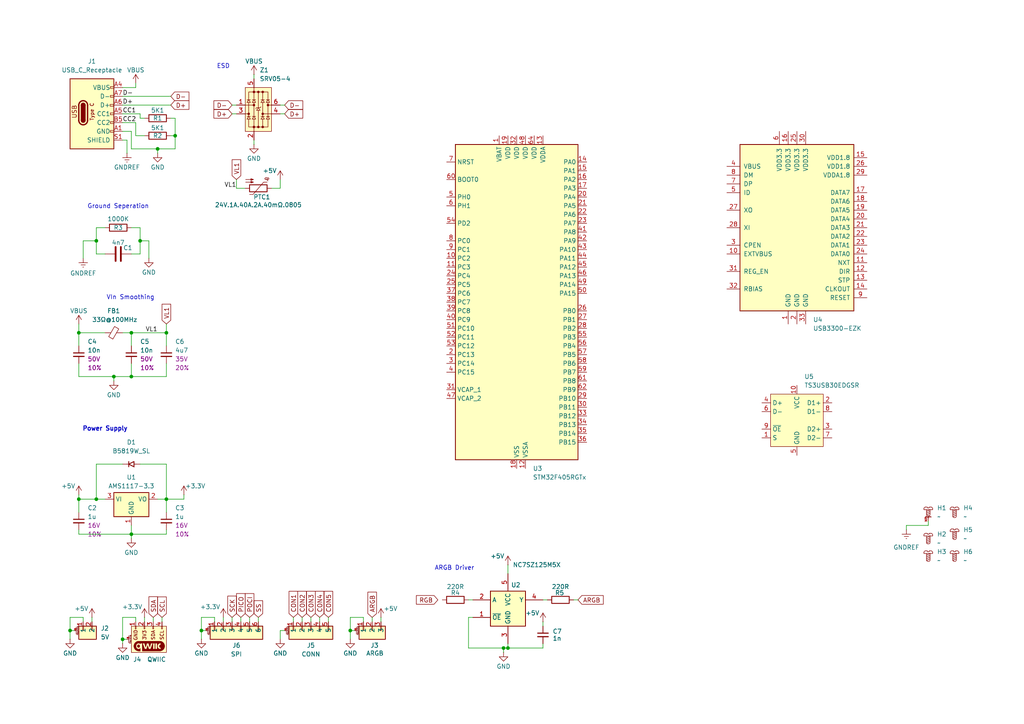
<source format=kicad_sch>
(kicad_sch (version 20250114) (generator "eeschema") (generator_version "9.0")
  (paper "A4")
  (lib_symbols
    (symbol "74xGxx:NC7SZ125M5X"
      (property "Reference" "U" (at -5.08 6.35 0))
      (property "Value" "NC7SZ125M5X" (at 7.62 6.35 0))
      (symbol "NC7SZ125M5X_1_1"
        (pin input line (at -10.16 2.54 0) (length 5.08) (name "A") (number "2"))
        (pin input line (at -10.16 -2.54 0) (length 5.08) (name "~{OE}") (number "1"))
        (pin power_in line (at 0 10.16 270) (length 5.08) (name "VCC") (number "5"))
        (pin power_in line (at 0 -10.16 90) (length 5.08) (name "GND") (number "3"))
        (pin output line (at 10.16 2.54 180) (length 5.08) (name "Y") (number "4"))
      )
    )
    (symbol "Device:C" (pin_numbers (hide yes)) (pin_names (offset 0.254))
      (property "Reference" "C" (at 0.635 2.54 0))
      (property "Value" "C" (at 0.635 -2.54 0))
      (symbol "C_1_1"
        (pin passive line (at 0 3.81 270) (length 2.794) (name "~") (number "1"))
        (pin passive line (at 0 -3.81 90) (length 2.794) (name "~") (number "2"))
      )
    )
    (symbol "Device:FerriteBead_Small" (pin_numbers (hide yes)) (pin_names (offset 0))
      (property "Reference" "FB" (at 1.905 1.27 0))
      (property "Value" "FerriteBead_Small" (at 1.905 -1.27 0))
      (symbol "FerriteBead_Small_1_1"
        (pin passive line (at 0 2.54 270) (length 1.27) (name "~") (number "1"))
        (pin passive line (at 0 -2.54 90) (length 1.27) (name "~") (number "2"))
      )
    )
    (symbol "Device:R" (pin_numbers (hide yes)) (pin_names (offset 0))
      (property "Reference" "R" (at 2.032 0 90))
      (property "Value" "R" (at 0 0 90))
      (symbol "R_1_1"
        (pin passive line (at 0 3.81 270) (length 1.27) (name "~") (number "1"))
        (pin passive line (at 0 -3.81 90) (length 1.27) (name "~") (number "2"))
      )
    )
    (symbol "Device:Thermistor_PTC" (pin_numbers (hide yes)) (pin_names (offset 0))
      (property "Reference" "TH" (at -4.064 0 90))
      (property "Value" "Thermistor_PTC" (at 3.048 0 90))
      (symbol "Thermistor_PTC_1_1"
        (pin passive line (at 0 3.81 270) (length 1.27) (name "~") (number "1"))
        (pin passive line (at 0 -3.81 90) (length 1.27) (name "~") (number "2"))
      )
    )
    (symbol "Interface_USB:TS3USB30EDGSR"
      (property "Reference" "U" (at -6.35 8.89 0))
      (property "Value" "TS3USB30EDGSR" (at 8.89 8.89 0))
      (symbol "TS3USB30EDGSR_1_1"
        (pin bidirectional line (at -10.16 5.08 0) (length 2.54) (name "D+") (number "4"))
        (pin bidirectional line (at -10.16 2.54 0) (length 2.54) (name "D-") (number "6"))
        (pin input line (at -10.16 -2.54 0) (length 2.54) (name "~{OE}") (number "9"))
        (pin input line (at -10.16 -5.08 0) (length 2.54) (name "S") (number "1"))
        (pin power_in line (at 0 10.16 270) (length 2.54) (name "VCC") (number "10"))
        (pin power_in line (at 0 -10.16 90) (length 2.54) (name "GND") (number "5"))
        (pin bidirectional line (at 10.16 5.08 180) (length 2.54) (name "D1+") (number "2"))
        (pin bidirectional line (at 10.16 2.54 180) (length 2.54) (name "D1-") (number "8"))
        (pin bidirectional line (at 10.16 -2.54 180) (length 2.54) (name "D2+") (number "3"))
        (pin bidirectional line (at 10.16 -5.08 180) (length 2.54) (name "D2-") (number "7"))
      )
    )
    (symbol "Interface_USB:USB3300-EZK" (pin_names (offset 1.016))
      (property "Reference" "U" (at 0 1.27 0))
      (property "Value" "USB3300-EZK" (at 0 -1.27 0))
      (symbol "USB3300-EZK_1_1"
        (pin power_in line (at -20.32 17.78 0) (length 3.81) (name "VBUS") (number "4"))
        (pin bidirectional line (at -20.32 15.24 0) (length 3.81) (name "DM") (number "8"))
        (pin bidirectional line (at -20.32 12.7 0) (length 3.81) (name "DP") (number "7"))
        (pin input line (at -20.32 10.16 0) (length 3.81) (name "ID") (number "5"))
        (pin output line (at -20.32 5.08 0) (length 3.81) (name "XO") (number "27"))
        (pin input line (at -20.32 0 0) (length 3.81) (name "XI") (number "28"))
        (pin output line (at -20.32 -5.08 0) (length 3.81) (name "CPEN") (number "3"))
        (pin input line (at -20.32 -7.62 0) (length 3.81) (name "EXTVBUS") (number "10"))
        (pin bidirectional line (at -20.32 -12.7 0) (length 3.81) (name "REG_EN") (number "31"))
        (pin passive line (at -20.32 -17.78 0) (length 3.81) (name "RBIAS") (number "32"))
        (pin power_in line (at -5.08 27.94 270) (length 3.81) (name "VDD3.3") (number "6"))
        (pin power_in line (at -2.54 27.94 270) (length 3.81) (name "VDD3.3") (number "16"))
        (pin power_in line (at -2.54 -27.94 90) (length 3.81) (name "GND") (number "1"))
        (pin power_in line (at 0 27.94 270) (length 3.81) (name "VDD3.3") (number "25"))
        (pin power_in line (at 0 -27.94 90) (length 3.81) (name "GND") (number "2"))
        (pin power_in line (at 2.54 27.94 270) (length 3.81) (name "VDD3.3") (number "30"))
        (pin power_in line (at 2.54 -27.94 90) (length 3.81) (name "GND") (number "33"))
        (pin power_out line (at 20.32 20.32 180) (length 3.81) (name "VDD1.8") (number "15"))
        (pin power_out line (at 20.32 17.78 180) (length 3.81) (name "VDD1.8") (number "26"))
        (pin power_out line (at 20.32 15.24 180) (length 3.81) (name "VDDA1.8") (number "29"))
        (pin bidirectional line (at 20.32 10.16 180) (length 3.81) (name "DATA7") (number "17"))
        (pin bidirectional line (at 20.32 7.62 180) (length 3.81) (name "DATA6") (number "18"))
        (pin bidirectional line (at 20.32 5.08 180) (length 3.81) (name "DATA5") (number "19"))
        (pin bidirectional line (at 20.32 2.54 180) (length 3.81) (name "DATA4") (number "20"))
        (pin bidirectional line (at 20.32 0 180) (length 3.81) (name "DATA3") (number "21"))
        (pin bidirectional line (at 20.32 -2.54 180) (length 3.81) (name "DATA2") (number "22"))
        (pin bidirectional line (at 20.32 -5.08 180) (length 3.81) (name "DATA1") (number "23"))
        (pin bidirectional line (at 20.32 -7.62 180) (length 3.81) (name "DATA0") (number "24"))
        (pin output line (at 20.32 -10.16 180) (length 3.81) (name "NXT") (number "11"))
        (pin output line (at 20.32 -12.7 180) (length 3.81) (name "DIR") (number "12"))
        (pin input line (at 20.32 -15.24 180) (length 3.81) (name "STP") (number "13"))
        (pin output line (at 20.32 -17.78 180) (length 3.81) (name "CLKOUT") (number "14"))
        (pin input line (at 20.32 -20.32 180) (length 3.81) (name "RESET") (number "9"))
      )
    )
    (symbol "MCU_ST_STM32F4:STM32F405RGTx"
      (property "Reference" "U" (at -17.78 46.99 0))
      (property "Value" "STM32F405RGTx" (at 10.16 46.99 0))
      (symbol "STM32F405RGTx_1_1"
        (pin input line (at -20.32 40.64 0) (length 2.54) (name "NRST") (number "7"))
        (pin input line (at -20.32 35.56 0) (length 2.54) (name "BOOT0") (number "60"))
        (pin bidirectional line (at -20.32 30.48 0) (length 2.54) (name "PH0") (number "5"))
        (pin bidirectional line (at -20.32 27.94 0) (length 2.54) (name "PH1") (number "6"))
        (pin bidirectional line (at -20.32 22.86 0) (length 2.54) (name "PD2") (number "54"))
        (pin bidirectional line (at -20.32 17.78 0) (length 2.54) (name "PC0") (number "8"))
        (pin bidirectional line (at -20.32 15.24 0) (length 2.54) (name "PC1") (number "9"))
        (pin bidirectional line (at -20.32 12.7 0) (length 2.54) (name "PC2") (number "10"))
        (pin bidirectional line (at -20.32 10.16 0) (length 2.54) (name "PC3") (number "11"))
        (pin bidirectional line (at -20.32 7.62 0) (length 2.54) (name "PC4") (number "24"))
        (pin bidirectional line (at -20.32 5.08 0) (length 2.54) (name "PC5") (number "25"))
        (pin bidirectional line (at -20.32 2.54 0) (length 2.54) (name "PC6") (number "37"))
        (pin bidirectional line (at -20.32 0 0) (length 2.54) (name "PC7") (number "38"))
        (pin bidirectional line (at -20.32 -2.54 0) (length 2.54) (name "PC8") (number "39"))
        (pin bidirectional line (at -20.32 -5.08 0) (length 2.54) (name "PC9") (number "40"))
        (pin bidirectional line (at -20.32 -7.62 0) (length 2.54) (name "PC10") (number "51"))
        (pin bidirectional line (at -20.32 -10.16 0) (length 2.54) (name "PC11") (number "52"))
        (pin bidirectional line (at -20.32 -12.7 0) (length 2.54) (name "PC12") (number "53"))
        (pin bidirectional line (at -20.32 -15.24 0) (length 2.54) (name "PC13") (number "2"))
        (pin bidirectional line (at -20.32 -17.78 0) (length 2.54) (name "PC14") (number "3"))
        (pin bidirectional line (at -20.32 -20.32 0) (length 2.54) (name "PC15") (number "4"))
        (pin power_out line (at -20.32 -25.4 0) (length 2.54) (name "VCAP_1") (number "31"))
        (pin power_out line (at -20.32 -27.94 0) (length 2.54) (name "VCAP_2") (number "47"))
        (pin power_in line (at -5.08 48.26 270) (length 2.54) (name "VBAT") (number "1"))
        (pin power_in line (at -2.54 48.26 270) (length 2.54) (name "VDD") (number "19"))
        (pin power_in line (at 0 48.26 270) (length 2.54) (name "VDD") (number "32"))
        (pin power_in line (at 0 -48.26 90) (length 2.54) (name "VSS") (number "18"))
        (pin passive line (at 0 -48.26 90) (length 2.54) (hide yes) (name "VSS") (number "63"))
        (pin power_in line (at 2.54 48.26 270) (length 2.54) (name "VDD") (number "48"))
        (pin power_in line (at 2.54 -48.26 90) (length 2.54) (name "VSSA") (number "12"))
        (pin power_in line (at 5.08 48.26 270) (length 2.54) (name "VDD") (number "64"))
        (pin power_in line (at 7.62 48.26 270) (length 2.54) (name "VDDA") (number "13"))
        (pin bidirectional line (at 20.32 40.64 180) (length 2.54) (name "PA0") (number "14"))
        (pin bidirectional line (at 20.32 38.1 180) (length 2.54) (name "PA1") (number "15"))
        (pin bidirectional line (at 20.32 35.56 180) (length 2.54) (name "PA2") (number "16"))
        (pin bidirectional line (at 20.32 33.02 180) (length 2.54) (name "PA3") (number "17"))
        (pin bidirectional line (at 20.32 30.48 180) (length 2.54) (name "PA4") (number "20"))
        (pin bidirectional line (at 20.32 27.94 180) (length 2.54) (name "PA5") (number "21"))
        (pin bidirectional line (at 20.32 25.4 180) (length 2.54) (name "PA6") (number "22"))
        (pin bidirectional line (at 20.32 22.86 180) (length 2.54) (name "PA7") (number "23"))
        (pin bidirectional line (at 20.32 20.32 180) (length 2.54) (name "PA8") (number "41"))
        (pin bidirectional line (at 20.32 17.78 180) (length 2.54) (name "PA9") (number "42"))
        (pin bidirectional line (at 20.32 15.24 180) (length 2.54) (name "PA10") (number "43"))
        (pin bidirectional line (at 20.32 12.7 180) (length 2.54) (name "PA11") (number "44"))
        (pin bidirectional line (at 20.32 10.16 180) (length 2.54) (name "PA12") (number "45"))
        (pin bidirectional line (at 20.32 7.62 180) (length 2.54) (name "PA13") (number "46"))
        (pin bidirectional line (at 20.32 5.08 180) (length 2.54) (name "PA14") (number "49"))
        (pin bidirectional line (at 20.32 2.54 180) (length 2.54) (name "PA15") (number "50"))
        (pin bidirectional line (at 20.32 -2.54 180) (length 2.54) (name "PB0") (number "26"))
        (pin bidirectional line (at 20.32 -5.08 180) (length 2.54) (name "PB1") (number "27"))
        (pin bidirectional line (at 20.32 -7.62 180) (length 2.54) (name "PB2") (number "28"))
        (pin bidirectional line (at 20.32 -10.16 180) (length 2.54) (name "PB3") (number "55"))
        (pin bidirectional line (at 20.32 -12.7 180) (length 2.54) (name "PB4") (number "56"))
        (pin bidirectional line (at 20.32 -15.24 180) (length 2.54) (name "PB5") (number "57"))
        (pin bidirectional line (at 20.32 -17.78 180) (length 2.54) (name "PB6") (number "58"))
        (pin bidirectional line (at 20.32 -20.32 180) (length 2.54) (name "PB7") (number "59"))
        (pin bidirectional line (at 20.32 -22.86 180) (length 2.54) (name "PB8") (number "61"))
        (pin bidirectional line (at 20.32 -25.4 180) (length 2.54) (name "PB9") (number "62"))
        (pin bidirectional line (at 20.32 -27.94 180) (length 2.54) (name "PB10") (number "29"))
        (pin bidirectional line (at 20.32 -30.48 180) (length 2.54) (name "PB11") (number "30"))
        (pin bidirectional line (at 20.32 -33.02 180) (length 2.54) (name "PB12") (number "33"))
        (pin bidirectional line (at 20.32 -35.56 180) (length 2.54) (name "PB13") (number "34"))
        (pin bidirectional line (at 20.32 -38.1 180) (length 2.54) (name "PB14") (number "35"))
        (pin bidirectional line (at 20.32 -40.64 180) (length 2.54) (name "PB15") (number "36"))
      )
    )
    (symbol "PCM_SparkFun-Capacitor:1.0uF_0603_16V_10%" (pin_numbers (hide yes)) (pin_names (offset 0.254))
      (property "Reference" "C" (at 0.635 2.54 0))
      (property "Value" "1.0uF" (at 0.635 -2.54 0))
      (property "Voltage" "16V" (at 0 -6.35 0))
      (property "Tolerance" "10%" (at 0 -8.89 0))
      (symbol "1.0uF_0603_16V_10%_1_1"
        (pin passive line (at 0 2.54 270) (length 2.032) (name "~") (number "1"))
        (pin passive line (at 0 -2.54 90) (length 2.032) (name "~") (number "2"))
      )
    )
    (symbol "PCM_SparkFun-Capacitor:10nF_0603_50V_10%" (pin_numbers (hide yes)) (pin_names (offset 0.254))
      (property "Reference" "C" (at 0.635 2.54 0))
      (property "Value" "10nF" (at 0.635 -2.54 0))
      (property "Voltage" "50V" (at 0 -6.35 0))
      (property "Tolerance" "10%" (at 0 -8.89 0))
      (symbol "10nF_0603_50V_10%_1_1"
        (pin passive line (at 0 2.54 270) (length 2.032) (name "~") (number "1"))
        (pin passive line (at 0 -2.54 90) (length 2.032) (name "~") (number "2"))
      )
    )
    (symbol "PCM_SparkFun-Capacitor:4.7uF_0603_35V_20%" (pin_numbers (hide yes)) (pin_names (offset 0.254))
      (property "Reference" "C" (at 0.635 2.54 0))
      (property "Value" "4.7uF" (at 0.635 -2.54 0))
      (property "Voltage" "35V" (at 0 -6.35 0))
      (property "Tolerance" "20%" (at 0 -8.89 0))
      (symbol "4.7uF_0603_35V_20%_1_1"
        (pin passive line (at 0 2.54 270) (length 2.032) (name "~") (number "1"))
        (pin passive line (at 0 -2.54 90) (length 2.032) (name "~") (number "2"))
      )
    )
    (symbol "PCM_SparkFun-Capacitor:C" (pin_numbers (hide yes)) (pin_names (offset 0.254))
      (property "Reference" "C" (at 0.635 2.54 0))
      (property "Value" "C" (at 0.635 -2.54 0))
      (property "Voltage" "1kV" (at 0 -6.35 0))
      (property "Tolerance" "100%" (at 0 -8.89 0))
      (symbol "C_1_1"
        (pin passive line (at 0 2.54 270) (length 2.032) (name "~") (number "1"))
        (pin passive line (at 0 -2.54 90) (length 2.032) (name "~") (number "2"))
      )
    )
    (symbol "Regulator_Linear:AMS1117-3.3"
      (property "Reference" "U" (at -3.81 3.175 0))
      (property "Value" "AMS1117-3.3" (at 0 3.175 0))
      (symbol "AMS1117-3.3_1_1"
        (pin power_in line (at -7.62 0 0) (length 2.54) (name "VI") (number "3"))
        (pin power_in line (at 0 -7.62 90) (length 2.54) (name "GND") (number "1"))
        (pin power_out line (at 7.62 0 180) (length 2.54) (name "VO") (number "2"))
      )
    )
    (symbol "power:+3.3V" (power) (pin_numbers (hide yes)) (pin_names (offset 0) (hide yes))
      (property "Value" "+3.3V" (at 0 3.556 0))
      (symbol "+3.3V_1_1"
        (pin power_in line (at 0 0 90) (length 0) (name "~") (number "1"))
      )
    )
    (symbol "power:+5V" (power) (pin_numbers (hide yes)) (pin_names (offset 0) (hide yes))
      (property "Value" "+5V" (at 0 3.556 0))
      (symbol "+5V_1_1"
        (pin power_in line (at 0 0 90) (length 0) (name "~") (number "1"))
      )
    )
    (symbol "power:GND" (power) (pin_numbers (hide yes)) (pin_names (offset 0) (hide yes))
      (property "Value" "GND" (at 0 -3.81 0))
      (symbol "GND_1_1"
        (pin power_in line (at 0 0 270) (length 0) (name "~") (number "1"))
      )
    )
    (symbol "power:GNDREF" (power) (pin_numbers (hide yes)) (pin_names (offset 0) (hide yes))
      (property "Value" "GNDREF" (at 0 -3.81 0))
      (symbol "GNDREF_1_1"
        (pin power_in line (at 0 0 270) (length 0) (name "~") (number "1"))
      )
    )
    (symbol "power:VBUS" (power) (pin_numbers (hide yes)) (pin_names (offset 0) (hide yes))
      (property "Value" "VBUS" (at 0 3.556 0))
      (symbol "VBUS_1_1"
        (pin power_in line (at 0 0 90) (length 0) (name "~") (number "1"))
      )
    )
    (symbol "ts-kicad-lib:CONN_02"
      (property "Reference" "J" (at 0 5.08 0))
      (symbol "CONN_02_1_1"
        (text "Mounting" (at 0 -1.651 0) (effects (font (size 0.381 0.381))))
        (pin passive line (at -2.54 2.54 0) (length 1.27) (name "2") (number "2"))
        (pin passive line (at -2.54 0 0) (length 1.27) (name "1") (number "1"))
        (pin passive line (at 0 -2.54 90) (length 0.508) (name "") (number "MP"))
      )
    )
    (symbol "ts-kicad-lib:CONN_03"
      (property "Reference" "J" (at 0 5.08 0))
      (symbol "CONN_03_1_1"
        (text "Mounting" (at 0 -4.191 0) (effects (font (size 0.381 0.381))))
        (pin passive line (at -2.54 2.54 0) (length 1.27) (name "3") (number "3"))
        (pin passive line (at -2.54 0 0) (length 1.27) (name "2") (number "2"))
        (pin passive line (at -2.54 -2.54 0) (length 1.27) (name "1") (number "1"))
        (pin passive line (at 0 -5.08 90) (length 0.508) (name "") (number "MP"))
      )
    )
    (symbol "ts-kicad-lib:CONN_05"
      (property "Reference" "J" (at 0 7.62 0))
      (symbol "CONN_05_1_1"
        (text "Mounting" (at 0 -6.731 0) (effects (font (size 0.381 0.381))))
        (pin passive line (at -2.54 5.08 0) (length 1.27) (name "5") (number "5"))
        (pin passive line (at -2.54 2.54 0) (length 1.27) (name "4") (number "4"))
        (pin passive line (at -2.54 0 0) (length 1.27) (name "3") (number "3"))
        (pin passive line (at -2.54 -2.54 0) (length 1.27) (name "2") (number "2"))
        (pin passive line (at -2.54 -5.08 0) (length 1.27) (name "1") (number "1"))
        (pin passive line (at 0 -7.62 90) (length 0.508) (name "") (number "MP"))
      )
    )
    (symbol "ts-kicad-lib:CONN_06"
      (property "Reference" "J" (at 0 10.16 0))
      (symbol "CONN_06_1_1"
        (text "Mounting" (at 0 -6.731 0) (effects (font (size 0.381 0.381))))
        (pin passive line (at -2.54 7.62 0) (length 1.27) (name "6") (number "6"))
        (pin passive line (at -2.54 5.08 0) (length 1.27) (name "5") (number "5"))
        (pin passive line (at -2.54 2.54 0) (length 1.27) (name "4") (number "4"))
        (pin passive line (at -2.54 0 0) (length 1.27) (name "3") (number "3"))
        (pin passive line (at -2.54 -2.54 0) (length 1.27) (name "2") (number "2"))
        (pin passive line (at -2.54 -5.08 0) (length 1.27) (name "1") (number "1"))
        (pin passive line (at 0 -7.62 90) (length 0.508) (name "") (number "MP"))
      )
    )
    (symbol "ts-kicad-lib:D" (pin_numbers (hide yes)) (pin_names (offset 1.016) (hide yes))
      (property "Reference" "D" (at 0 2.54 0))
      (property "Value" "D" (at 0 -2.54 0))
      (symbol "D_1_1"
        (pin passive line (at -2.54 0 0) (length 1.27) (name "A") (number "2"))
        (pin passive line (at 2.54 0 180) (length 1.27) (name "K") (number "1"))
      )
    )
    (symbol "ts-kicad-lib:Mounting_Hole"
      (property "Reference" "H" (at 0 2.54 0))
    )
    (symbol "ts-kicad-lib:Mounting_Point"
      (property "Reference" "H" (at 0 2.54 0))
      (symbol "Mounting_Point_1_1"
        (text "Mounting" (at 0 -1.27 0) (effects (font (size 0.254 0.254))))
        (pin passive line (at 0 -2.54 90) (length 1.016) (name "") (number "MP"))
      )
    )
    (symbol "ts-kicad-lib:QWIIC" (pin_names (offset 0))
      (property "Reference" "J" (at 0 7.62 0))
      (symbol "QWIIC_1_1"
        (text "SCL" (at -1.2403 5.0645 0) (effects (font (size 1 1))))
        (text "SDA" (at -1.2403 2.5245 0) (effects (font (size 1 1))))
        (text "3V3" (at -1.2403 -0.0155 0) (effects (font (size 1 1))))
        (text "GND" (at -1.2403 -2.5555 0) (effects (font (size 1 1))))
        (text "Mounting" (at -0.0027 -4.1534 0) (effects (font (size 0.381 0.381))))
        (pin passive line (at -5.08 5.08 0) (length 1.27) (name "") (number "4"))
        (pin passive line (at -5.08 2.54 0) (length 1.27) (name "") (number "3"))
        (pin passive line (at -5.08 0 0) (length 1.27) (name "") (number "2"))
        (pin passive line (at -5.08 -2.54 0) (length 1.27) (name "") (number "1"))
        (pin passive line (at 0 -5.08 90) (length 0.508) (name "") (number "MP"))
      )
    )
    (symbol "ts-kicad-lib:SRV05-4"
      (property "Reference" "Z" (at 2.54 8.89 0))
      (symbol "SRV05-4_1_1"
        (pin bidirectional line (at -5.08 2.54 0) (length 2.54) (name "") (number "1"))
        (pin bidirectional line (at -5.08 0 0) (length 2.54) (name "") (number "3"))
        (pin power_in line (at 0 10.16 270) (length 2.54) (name "") (number "5"))
        (pin power_in line (at 0 -7.62 90) (length 2.54) (name "") (number "2"))
        (pin bidirectional line (at 7.62 2.54 180) (length 2.54) (name "") (number "6"))
        (pin bidirectional line (at 7.62 0 180) (length 2.54) (name "") (number "4"))
      )
    )
    (symbol "ts-kicad-lib:USB_C_Receptacle" (pin_names (offset 1.016))
      (property "Reference" "J" (at 0.762 13.97 0))
      (property "Value" "USB_C_Receptacle" (at 1.778 11.938 0))
      (symbol "USB_C_Receptacle_1_1"
        (text "USB" (at -3.81 0.635 900) (effects (font (size 1.27 1.27))))
        (text "Type C" (at 1.27 0.635 900) (effects (font (size 1.016 1.016))))
        (pin bidirectional line (at -3.81 -12.7 90) (length 2.54) (hide yes) (name "SBU1") (number "A8"))
        (pin bidirectional line (at -1.27 -12.7 90) (length 2.54) (hide yes) (name "SBU2") (number "B8"))
        (pin passive line (at 10.16 7.62 180) (length 2.54) (name "VBUS") (number "A4"))
        (pin passive line (at 10.16 7.62 180) (length 2.54) (hide yes) (name "VBUS") (number "A9"))
        (pin passive line (at 10.16 7.62 180) (length 2.54) (hide yes) (name "VBUS") (number "B4"))
        (pin passive line (at 10.16 7.62 180) (length 2.54) (hide yes) (name "VBUS") (number "B9"))
        (pin bidirectional line (at 10.16 5.08 180) (length 2.54) (name "D-") (number "A7"))
        (pin bidirectional line (at 10.16 5.08 180) (length 2.54) (hide yes) (name "D-") (number "B7"))
        (pin bidirectional line (at 10.16 2.54 180) (length 2.54) (name "D+") (number "A6"))
        (pin bidirectional line (at 10.16 2.54 180) (length 2.54) (hide yes) (name "D+") (number "B6"))
        (pin bidirectional line (at 10.16 0 180) (length 2.54) (name "CC1") (number "A5"))
        (pin bidirectional line (at 10.16 -2.54 180) (length 2.54) (name "CC2") (number "B5"))
        (pin passive line (at 10.16 -5.08 180) (length 2.54) (name "GND") (number "A1"))
        (pin passive line (at 10.16 -5.08 180) (length 2.54) (hide yes) (name "GND") (number "A12"))
        (pin passive line (at 10.16 -5.08 180) (length 2.54) (hide yes) (name "GND") (number "B1"))
        (pin passive line (at 10.16 -5.08 180) (length 2.54) (hide yes) (name "GND") (number "B12"))
        (pin passive line (at 10.16 -7.62 180) (length 2.54) (name "SHIELD") (number "S1"))
      )
    )
  )
  (text "ESD" (at 64.77 19.304 0) (effects (font (size 1.27 1.27))))
  (text "Ground Seperation" (at 34.29 59.944 0) (effects (font (size 1.27 1.27))))
  (text "VIn Smoothing" (at 37.846 86.36 0) (effects (font (size 1.27 1.27))))
  (text "Power Supply" (at 30.48 124.46 0) (effects (font (size 1.27 1.27) (thickness 0.254) (bold yes))))
  (text "ARGB Driver" (at 131.826 164.846 0) (effects (font (size 1.27 1.27) (thickness 0.1588))))
  (junction (at 50.8 39.37))
  (junction (at 22.86 144.78))
  (junction (at 48.26 96.52))
  (junction (at 58.42 182.88))
  (junction (at 147.32 187.96))
  (junction (at 38.1 154.94))
  (junction (at 45.72 43.18))
  (junction (at 40.64 69.85))
  (junction (at 38.1 96.52))
  (junction (at 22.86 96.52))
  (junction (at 101.6 182.88))
  (junction (at 27.94 144.78))
  (junction (at 33.02 109.22))
  (junction (at 38.1 109.22))
  (junction (at 146.05 187.96))
  (junction (at 27.94 69.85))
  (junction (at 35.56 185.42))
  (junction (at 48.26 144.78))
  (junction (at 20.32 182.88))
  (wire (pts (xy 40.64 34.29) (xy 40.64 33.02)))
  (wire (pts (xy 22.86 144.78) (xy 22.86 148.59)))
  (wire (pts (xy 78.74 54.61) (xy 81.28 54.61)))
  (wire (pts (xy 48.26 144.78) (xy 53.34 144.78)))
  (wire (pts (xy 67.31 33.02) (xy 68.58 33.02)))
  (wire (pts (xy 147.32 186.69) (xy 147.32 187.96)))
  (wire (pts (xy 38.1 105.41) (xy 38.1 109.22)))
  (wire (pts (xy 45.72 43.18) (xy 45.72 44.45)))
  (wire (pts (xy 105.41 180.34) (xy 105.41 179.07)))
  (wire (pts (xy 58.42 182.88) (xy 59.69 182.88)))
  (wire (pts (xy 73.66 21.59) (xy 73.66 22.86)))
  (wire (pts (xy 35.56 185.42) (xy 35.56 179.07)))
  (wire (pts (xy 38.1 66.04) (xy 40.64 66.04)))
  (wire (pts (xy 38.1 152.4) (xy 38.1 154.94)))
  (wire (pts (xy 49.53 34.29) (xy 50.8 34.29)))
  (wire (pts (xy 40.64 34.29) (xy 41.91 34.29)))
  (wire (pts (xy 35.56 96.52) (xy 38.1 96.52)))
  (wire (pts (xy 41.91 179.07) (xy 41.91 180.34)))
  (wire (pts (xy 43.18 69.85) (xy 43.18 74.93)))
  (wire (pts (xy 48.26 134.62) (xy 40.64 134.62)))
  (wire (pts (xy 73.66 40.64) (xy 73.66 41.91)))
  (wire (pts (xy 82.55 182.88) (xy 81.28 182.88)))
  (wire (pts (xy 27.94 69.85) (xy 27.94 73.66)))
  (wire (pts (xy 35.56 30.48) (xy 49.53 30.48)))
  (wire (pts (xy 48.26 96.52) (xy 48.26 100.33)))
  (wire (pts (xy 22.86 109.22) (xy 33.02 109.22)))
  (wire (pts (xy 33.02 109.22) (xy 38.1 109.22)))
  (wire (pts (xy 48.26 96.52) (xy 38.1 96.52)))
  (wire (pts (xy 135.89 179.07) (xy 135.89 187.96)))
  (wire (pts (xy 85.09 179.07) (xy 85.09 180.34)))
  (wire (pts (xy 35.56 40.64) (xy 36.83 40.64)))
  (wire (pts (xy 22.86 96.52) (xy 30.48 96.52)))
  (wire (pts (xy 105.41 179.07) (xy 101.6 179.07)))
  (wire (pts (xy 166.37 173.99) (xy 167.64 173.99)))
  (wire (pts (xy 26.67 179.07) (xy 26.67 180.34)))
  (wire (pts (xy 64.77 179.07) (xy 64.77 180.34)))
  (wire (pts (xy 27.94 134.62) (xy 27.94 144.78)))
  (wire (pts (xy 39.37 35.56) (xy 39.37 39.37)))
  (wire (pts (xy 33.02 109.22) (xy 33.02 110.49)))
  (wire (pts (xy 36.83 40.64) (xy 36.83 44.45)))
  (wire (pts (xy 157.48 173.99) (xy 158.75 173.99)))
  (wire (pts (xy 146.05 187.96) (xy 147.32 187.96)))
  (wire (pts (xy 30.48 66.04) (xy 27.94 66.04)))
  (wire (pts (xy 58.42 179.07) (xy 62.23 179.07)))
  (wire (pts (xy 50.8 34.29) (xy 50.8 39.37)))
  (wire (pts (xy 39.37 179.07) (xy 39.37 180.34)))
  (wire (pts (xy 24.13 69.85) (xy 27.94 69.85)))
  (wire (pts (xy 22.86 153.67) (xy 22.86 154.94)))
  (wire (pts (xy 20.32 185.42) (xy 20.32 182.88)))
  (wire (pts (xy 24.13 179.07) (xy 24.13 180.34)))
  (wire (pts (xy 110.49 179.07) (xy 110.49 180.34)))
  (wire (pts (xy 81.28 52.07) (xy 81.28 54.61)))
  (wire (pts (xy 101.6 182.88) (xy 101.6 185.42)))
  (wire (pts (xy 81.28 33.02) (xy 82.55 33.02)))
  (wire (pts (xy 49.53 39.37) (xy 50.8 39.37)))
  (wire (pts (xy 35.56 25.4) (xy 39.37 25.4)))
  (wire (pts (xy 44.45 179.07) (xy 44.45 180.34)))
  (wire (pts (xy 38.1 43.18) (xy 45.72 43.18)))
  (wire (pts (xy 137.16 179.07) (xy 135.89 179.07)))
  (wire (pts (xy 50.8 39.37) (xy 50.8 43.18)))
  (wire (pts (xy 24.13 69.85) (xy 24.13 74.93)))
  (wire (pts (xy 35.56 27.94) (xy 49.53 27.94)))
  (wire (pts (xy 35.56 185.42) (xy 36.83 185.42)))
  (wire (pts (xy 107.95 179.07) (xy 107.95 180.34)))
  (wire (pts (xy 27.94 134.62) (xy 35.56 134.62)))
  (wire (pts (xy 58.42 185.42) (xy 58.42 182.88)))
  (wire (pts (xy 269.24 151.13) (xy 269.24 152.4)))
  (wire (pts (xy 90.17 179.07) (xy 90.17 180.34)))
  (wire (pts (xy 35.56 186.69) (xy 35.56 185.42)))
  (wire (pts (xy 27.94 73.66) (xy 30.48 73.66)))
  (wire (pts (xy 53.34 143.51) (xy 53.34 144.78)))
  (wire (pts (xy 101.6 179.07) (xy 101.6 182.88)))
  (wire (pts (xy 38.1 96.52) (xy 38.1 100.33)))
  (wire (pts (xy 22.86 143.51) (xy 22.86 144.78)))
  (wire (pts (xy 81.28 30.48) (xy 82.55 30.48)))
  (wire (pts (xy 35.56 35.56) (xy 39.37 35.56)))
  (wire (pts (xy 95.25 179.07) (xy 95.25 180.34)))
  (wire (pts (xy 101.6 182.88) (xy 102.87 182.88)))
  (wire (pts (xy 72.39 179.07) (xy 72.39 180.34)))
  (wire (pts (xy 147.32 187.96) (xy 157.48 187.96)))
  (wire (pts (xy 38.1 109.22) (xy 48.26 109.22)))
  (wire (pts (xy 22.86 144.78) (xy 27.94 144.78)))
  (wire (pts (xy 22.86 96.52) (xy 22.86 100.33)))
  (wire (pts (xy 40.64 33.02) (xy 35.56 33.02)))
  (wire (pts (xy 48.26 93.98) (xy 48.26 96.52)))
  (wire (pts (xy 41.91 39.37) (xy 39.37 39.37)))
  (wire (pts (xy 92.71 179.07) (xy 92.71 180.34)))
  (wire (pts (xy 48.26 105.41) (xy 48.26 109.22)))
  (wire (pts (xy 74.93 179.07) (xy 74.93 180.34)))
  (wire (pts (xy 135.89 187.96) (xy 146.05 187.96)))
  (wire (pts (xy 69.85 179.07) (xy 69.85 180.34)))
  (wire (pts (xy 45.72 43.18) (xy 50.8 43.18)))
  (wire (pts (xy 48.26 134.62) (xy 48.26 144.78)))
  (wire (pts (xy 87.63 179.07) (xy 87.63 180.34)))
  (wire (pts (xy 48.26 153.67) (xy 48.26 154.94)))
  (wire (pts (xy 35.56 38.1) (xy 38.1 38.1)))
  (wire (pts (xy 22.86 154.94) (xy 38.1 154.94)))
  (wire (pts (xy 27.94 66.04) (xy 27.94 69.85)))
  (wire (pts (xy 262.89 152.4) (xy 262.89 153.67)))
  (wire (pts (xy 135.89 173.99) (xy 137.16 173.99)))
  (wire (pts (xy 40.64 66.04) (xy 40.64 69.85)))
  (wire (pts (xy 269.24 152.4) (xy 262.89 152.4)))
  (wire (pts (xy 20.32 182.88) (xy 21.59 182.88)))
  (wire (pts (xy 27.94 144.78) (xy 30.48 144.78)))
  (wire (pts (xy 38.1 154.94) (xy 48.26 154.94)))
  (wire (pts (xy 45.72 144.78) (xy 48.26 144.78)))
  (wire (pts (xy 157.48 180.34) (xy 157.48 181.61)))
  (wire (pts (xy 43.18 69.85) (xy 40.64 69.85)))
  (wire (pts (xy 35.56 179.07) (xy 39.37 179.07)))
  (wire (pts (xy 68.58 54.61) (xy 71.12 54.61)))
  (wire (pts (xy 81.28 182.88) (xy 81.28 185.42)))
  (wire (pts (xy 46.99 179.07) (xy 46.99 180.34)))
  (wire (pts (xy 38.1 73.66) (xy 40.64 73.66)))
  (wire (pts (xy 40.64 69.85) (xy 40.64 73.66)))
  (wire (pts (xy 68.58 52.07) (xy 68.58 54.61)))
  (wire (pts (xy 58.42 182.88) (xy 58.42 179.07)))
  (wire (pts (xy 147.32 163.83) (xy 147.32 166.37)))
  (wire (pts (xy 67.31 179.07) (xy 67.31 180.34)))
  (wire (pts (xy 38.1 154.94) (xy 38.1 156.21)))
  (wire (pts (xy 20.32 182.88) (xy 20.32 179.07)))
  (wire (pts (xy 22.86 93.98) (xy 22.86 96.52)))
  (wire (pts (xy 22.86 105.41) (xy 22.86 109.22)))
  (wire (pts (xy 38.1 38.1) (xy 38.1 43.18)))
  (wire (pts (xy 67.31 30.48) (xy 68.58 30.48)))
  (wire (pts (xy 146.05 187.96) (xy 146.05 189.23)))
  (wire (pts (xy 157.48 186.69) (xy 157.48 187.96)))
  (wire (pts (xy 62.23 179.07) (xy 62.23 180.34)))
  (wire (pts (xy 39.37 24.13) (xy 39.37 25.4)))
  (wire (pts (xy 48.26 144.78) (xy 48.26 148.59)))
  (wire (pts (xy 20.32 179.07) (xy 24.13 179.07)))
  (label "VL1" (at 45.72 96.52 180))
  (label "D-" (at 35.56 27.94 0))
  (label "D+" (at 35.56 30.48 0))
  (label "CC2" (at 35.56 35.56 0))
  (label "VL1" (at 68.58 54.61 180))
  (label "CC1" (at 35.56 33.02 0))
  (global_label "PICO" (shape input) (at 69.85 179.07 90) (property "Intersheetrefs" "${INTERSHEET_REFS}" (effects (hide yes))))
  (global_label "VL1" (shape input) (at 68.58 52.07 90) (property "Intersheetrefs" "${INTERSHEET_REFS}" (effects (hide yes))))
  (global_label "D+" (shape input) (at 49.53 30.48 0) (property "Intersheetrefs" "${INTERSHEET_REFS}" (effects (hide yes))))
  (global_label "D+" (shape input) (at 82.55 33.02 0) (property "Intersheetrefs" "${INTERSHEET_REFS}" (effects (hide yes))))
  (global_label "D-" (shape input) (at 49.53 27.94 0) (property "Intersheetrefs" "${INTERSHEET_REFS}" (effects (hide yes))))
  (global_label "D+" (shape input) (at 67.31 33.02 180) (property "Intersheetrefs" "${INTERSHEET_REFS}" (effects (hide yes))))
  (global_label "SDA" (shape input) (at 44.45 179.07 90) (property "Intersheetrefs" "${INTERSHEET_REFS}" (effects (hide yes))))
  (global_label "D-" (shape input) (at 82.55 30.48 0) (property "Intersheetrefs" "${INTERSHEET_REFS}" (effects (hide yes))))
  (global_label "CON1" (shape input) (at 85.09 179.07 90) (property "Intersheetrefs" "${INTERSHEET_REFS}" (effects (hide yes))))
  (global_label "SCL" (shape input) (at 46.99 179.07 90) (property "Intersheetrefs" "${INTERSHEET_REFS}" (effects (hide yes))))
  (global_label "SCK" (shape input) (at 67.31 179.07 90) (property "Intersheetrefs" "${INTERSHEET_REFS}" (effects (hide yes))))
  (global_label "ARGB" (shape input) (at 107.95 179.07 90) (property "Intersheetrefs" "${INTERSHEET_REFS}" (effects (hide yes))))
  (global_label "D-" (shape input) (at 67.31 30.48 180) (property "Intersheetrefs" "${INTERSHEET_REFS}" (effects (hide yes))))
  (global_label "POCI" (shape input) (at 72.39 179.07 90) (property "Intersheetrefs" "${INTERSHEET_REFS}" (effects (hide yes))))
  (global_label "SS" (shape input) (at 74.93 179.07 90) (property "Intersheetrefs" "${INTERSHEET_REFS}" (effects (hide yes))))
  (global_label "CON4" (shape input) (at 92.71 179.07 90) (property "Intersheetrefs" "${INTERSHEET_REFS}" (effects (hide yes))))
  (global_label "CON5" (shape input) (at 95.25 179.07 90) (property "Intersheetrefs" "${INTERSHEET_REFS}" (effects (hide yes))))
  (global_label "RGB" (shape input) (at 127 173.99 180) (property "Intersheetrefs" "${INTERSHEET_REFS}" (effects (hide yes))))
  (global_label "ARGB" (shape input) (at 167.64 173.99 0) (property "Intersheetrefs" "${INTERSHEET_REFS}" (effects (hide yes))))
  (global_label "VL1" (shape input) (at 48.26 93.98 90) (property "Intersheetrefs" "${INTERSHEET_REFS}" (effects (hide yes))))
  (global_label "CON2" (shape input) (at 87.63 179.07 90) (property "Intersheetrefs" "${INTERSHEET_REFS}" (effects (hide yes))))
  (global_label "CON3" (shape input) (at 90.17 179.07 90) (property "Intersheetrefs" "${INTERSHEET_REFS}" (effects (hide yes))))
  (symbol (lib_id "ts-kicad-lib:Mounting_Hole") (at 276.86 154.94 0) (unit 1)
    (property "Reference" "H5" (at 279.4 153.6699 0) (effects (justify left)))
    (property "Value" "~" (at 279.4 156.2099 0) (effects (justify left)))
    (property "Footprint" "ts-kicad-lib:Hole_M2" (effects (hide yes)))
  )
  (symbol (lib_id "PCM_SparkFun-Capacitor:4.7uF_0603_35V_20%") (at 48.26 102.87 0) (unit 1)
    (property "Reference" "C6" (at 50.8 99.0662 0) (effects (justify left)))
    (property "Value" "4u7" (at 50.8 101.6062 0) (effects (justify left)))
    (property "Footprint" "PCM_SparkFun-Capacitor:C_0603_1608Metric" (effects (hide yes)))
    (property "Datasheet" "https://cdn.sparkfun.com/assets/8/a/4/a/5/Kemet_Capacitor_Datasheet.pdf" (effects (hide yes)))
    (property "Description" "Unpolarized capacitor" (effects (hide yes)))
    (property "PROD_ID" "CAP-14106" (effects (hide yes)))
    (property "Voltage" "35V" (at 50.8 104.1462 0) (effects (justify left)))
    (property "Tolerance" "20%" (at 50.8 106.6862 0) (effects (justify left)))
  )
  (symbol (lib_id "Device:R") (at 45.72 39.37 90) (unit 1)
    (property "Reference" "R2" (at 45.72 39.37 90))
    (property "Value" "5K1" (at 45.72 37.084 90))
    (property "Footprint" "Resistor_SMD:R_0603_1608Metric" (effects (hide yes)))
    (property "Description" "Resistor" (effects (hide yes)))
  )
  (symbol (lib_id "power:+5V") (at 81.28 52.07 0) (unit 1)
    (property "Reference" "#PWR08" (effects (hide yes)))
    (property "Value" "+5V" (at 78.232 49.53 0))
    (property "Description" "Power symbol creates a global label with name \"+5V\"" (effects (hide yes)))
  )
  (symbol (lib_id "power:GND") (at 81.28 185.42 0) (unit 1)
    (property "Reference" "#PWR014" (effects (hide yes)))
    (property "Value" "GND" (at 81.28 189.484 0))
    (property "Description" "Power symbol creates a global label with name \"GND\" , ground" (effects (hide yes)))
  )
  (symbol (lib_id "ts-kicad-lib:QWIIC") (at 41.91 185.42 270) (unit 1)
    (property "Reference" "J4" (at 38.608 191.262 90) (effects (justify left)))
    (property "Value" "QWIIC" (at 42.672 191.262 90) (effects (justify left)))
    (property "Footprint" "Connector_JST:JST_SH_SM04B-SRSS-TB_1x04-1MP_P1.00mm_Horizontal" (effects (hide yes)))
  )
  (symbol (lib_id "PCM_SparkFun-Capacitor:1.0uF_0603_16V_10%") (at 22.86 151.13 0) (unit 1)
    (property "Reference" "C2" (at 25.4 147.3262 0) (effects (justify left)))
    (property "Value" "1u" (at 25.4 149.8662 0) (effects (justify left)))
    (property "Footprint" "PCM_SparkFun-Capacitor:C_0603_1608Metric" (effects (hide yes)))
    (property "Datasheet" "https://cdn.sparkfun.com/assets/8/a/4/a/5/Kemet_Capacitor_Datasheet.pdf" (effects (hide yes)))
    (property "Description" "Unpolarized capacitor" (effects (hide yes)))
    (property "PROD_ID" "CAP-13930" (effects (hide yes)))
    (property "Voltage" "16V" (at 25.4 152.4062 0) (effects (justify left)))
    (property "Tolerance" "10%" (at 25.4 154.9462 0) (effects (justify left)))
  )
  (symbol (lib_id "ts-kicad-lib:CONN_03") (at 107.95 182.88 270) (unit 1)
    (property "Reference" "J3" (at 107.442 187.198 90) (effects (justify left)))
    (property "Value" "ARGB" (at 106.172 189.484 90) (effects (justify left)))
    (property "Footprint" "Connector_JST:JST_SH_SM03B-SRSS-TB_1x03-1MP_P1.00mm_Horizontal" (effects (hide yes)))
  )
  (symbol (lib_id "power:GND") (at 73.66 41.91 0) (unit 1)
    (property "Reference" "#PWR018" (effects (hide yes)))
    (property "Value" "GND" (at 73.66 45.974 0))
    (property "Description" "Power symbol creates a global label with name \"GND\" , ground" (effects (hide yes)))
  )
  (symbol (lib_id "ts-kicad-lib:Mounting_Hole") (at 276.86 161.29 0) (unit 1)
    (property "Reference" "H6" (at 279.4 160.0199 0) (effects (justify left)))
    (property "Value" "~" (at 279.4 162.5599 0) (effects (justify left)))
    (property "Footprint" "ts-kicad-lib:Hole_M2" (effects (hide yes)))
  )
  (symbol (lib_id "Interface_USB:TS3USB30EDGSR") (at 231.14 121.92 0) (unit 1)
    (property "Reference" "U5" (at 233.2833 109.22 0) (effects (justify left)))
    (property "Value" "TS3USB30EDGSR" (at 233.2833 111.76 0) (effects (justify left)))
    (property "Footprint" "Package_SO:VSSOP-10_3x3mm_P0.5mm" (effects (hide yes)))
    (property "Datasheet" "https://www.ti.com/lit/ds/symlink/ts3usb30e.pdf" (effects (hide yes)))
    (property "Description" "ESD-Protected, High-Speed USB 2.0 (480-Mbps) 1:2 Multiplexer/Demultiplexer Switch With Single Enable, VSSOP-10" (effects (hide yes)))
  )
  (symbol (lib_id "Interface_USB:USB3300-EZK") (at 231.14 66.04 0) (unit 1)
    (property "Reference" "U4" (at 235.8233 92.71 0) (effects (justify left)))
    (property "Value" "USB3300-EZK" (at 235.8233 95.25 0) (effects (justify left)))
    (property "Footprint" "Package_DFN_QFN:QFN-32-1EP_5x5mm_P0.5mm_EP3.45x3.45mm" (effects (hide yes)))
    (property "Datasheet" "http://ww1.microchip.com/downloads/en/DeviceDoc/00001783C.pdf" (effects (hide yes)))
    (property "Description" "Hi-Speed USB Host, Device or OTG PHY with ULPI Interface" (effects (hide yes)))
  )
  (symbol (lib_id "power:GND") (at 38.1 156.21 0) (unit 1)
    (property "Reference" "#PWR019" (effects (hide yes)))
    (property "Value" "GND" (at 38.1 160.274 0))
    (property "Description" "Power symbol creates a global label with name \"GND\" , ground" (effects (hide yes)))
  )
  (symbol (lib_id "Device:FerriteBead_Small") (at 33.02 96.52 90) (unit 1)
    (property "Reference" "FB1" (at 32.9819 90.17 90))
    (property "Value" "33Ω@100MHz" (at 33.274 92.71 90))
    (property "Footprint" "Inductor_SMD:L_0603_1608Metric" (effects (hide yes)))
    (property "Description" "Ferrite bead, small symbol" (effects (hide yes)))
    (property "LCSC" "C88984" (effects (hide yes)))
  )
  (symbol (lib_id "power:+3.3V") (at 64.77 179.07 0) (unit 1)
    (property "Reference" "#PWR06" (effects (hide yes)))
    (property "Value" "+3.3V" (at 60.96 176.022 0))
    (property "Description" "Power symbol creates a global label with name \"+3.3V\"" (effects (hide yes)))
  )
  (symbol (lib_id "ts-kicad-lib:USB_C_Receptacle") (at 25.4 33.02 0) (unit 1)
    (property "Reference" "J1" (at 26.67 17.78 0))
    (property "Value" "USB_C_Receptacle" (at 26.67 20.32 0))
    (property "Footprint" "PCM_marbastlib-various:USB_C_Receptacle_HRO_TYPE-C-31-M-12" (effects (hide yes)))
    (property "Description" "USB 2.0-only 16P Type-C Receptacle connector" (effects (hide yes)))
  )
  (symbol (lib_id "power:GND") (at 35.56 186.69 0) (unit 1)
    (property "Reference" "#PWR04" (effects (hide yes)))
    (property "Value" "GND" (at 35.56 190.754 0))
    (property "Description" "Power symbol creates a global label with name \"GND\" , ground" (effects (hide yes)))
  )
  (symbol (lib_id "power:VBUS") (at 73.66 21.59 0) (unit 1)
    (property "Reference" "#PWR012" (effects (hide yes)))
    (property "Value" "VBUS" (at 73.66 17.78 0))
    (property "Description" "Power symbol creates a global label with name \"VBUS\"" (effects (hide yes)))
  )
  (symbol (lib_id "power:+5V") (at 26.67 179.07 0) (unit 1)
    (property "Reference" "#PWR03" (effects (hide yes)))
    (property "Value" "+5V" (at 23.622 176.53 0))
    (property "Description" "Power symbol creates a global label with name \"+5V\"" (effects (hide yes)))
  )
  (symbol (lib_id "Device:C") (at 34.29 73.66 90) (unit 1)
    (property "Reference" "C1" (at 37.084 71.882 90))
    (property "Value" "4n7" (at 34.29 70.358 90))
    (property "Footprint" "Capacitor_SMD:C_0805_2012Metric_Pad1.18x1.45mm_HandSolder" (effects (hide yes)))
    (property "Description" "Unpolarized capacitor" (effects (hide yes)))
  )
  (symbol (lib_id "power:GNDREF") (at 36.83 44.45 0) (unit 1)
    (property "Reference" "#PWR09" (effects (hide yes)))
    (property "Value" "GNDREF" (at 36.83 48.514 0))
    (property "Description" "Power symbol creates a global label with name \"GNDREF\" , reference supply ground" (effects (hide yes)))
  )
  (symbol (lib_id "ts-kicad-lib:D") (at 38.1 134.62 180) (unit 1)
    (property "Reference" "D1" (at 38.1 128.27 0))
    (property "Value" "B5819W_SL" (at 38.1 130.81 0))
    (property "Footprint" "Diode_SMD:D_SOD-123" (effects (hide yes)))
    (property "Description" "Diode" (effects (hide yes)))
    (property "Sim.Device" "D" (effects (hide yes)))
    (property "Sim.Pins" "2=A 1=K" (effects (hide yes)))
  )
  (symbol (lib_id "ts-kicad-lib:CONN_05") (at 90.17 182.88 270) (unit 1)
    (property "Reference" "J5" (at 90.17 187.198 90))
    (property "Value" "CONN" (at 90.17 189.738 90))
    (property "Footprint" "Connector_JST:JST_SH_SM05B-SRSS-TB_1x05-1MP_P1.00mm_Horizontal" (effects (hide yes)))
  )
  (symbol (lib_id "power:GNDREF") (at 24.13 74.93 0) (unit 1)
    (property "Reference" "#PWR016" (effects (hide yes)))
    (property "Value" "GNDREF" (at 24.13 79.248 0))
    (property "Description" "Power symbol creates a global label with name \"GNDREF\" , reference supply ground" (effects (hide yes)))
  )
  (symbol (lib_id "power:GND") (at 33.02 110.49 0) (unit 1)
    (property "Reference" "#PWR022" (effects (hide yes)))
    (property "Value" "GND" (at 33.02 114.554 0))
    (property "Description" "Power symbol creates a global label with name \"GND\" , ground" (effects (hide yes)))
  )
  (symbol (lib_id "power:GNDREF") (at 262.89 153.67 0) (unit 1)
    (property "Reference" "#PWR010" (effects (hide yes)))
    (property "Value" "GNDREF" (at 262.89 158.75 0))
    (property "Description" "Power symbol creates a global label with name \"GNDREF\" , reference supply ground" (effects (hide yes)))
  )
  (symbol (lib_id "Regulator_Linear:AMS1117-3.3") (at 38.1 144.78 0) (unit 1)
    (property "Reference" "U1" (at 38.1 138.43 0))
    (property "Value" "AMS1117-3.3" (at 38.1 140.97 0))
    (property "Footprint" "Package_TO_SOT_SMD:SOT-223-3_TabPin2" (effects (hide yes)))
    (property "Datasheet" "http://www.advanced-monolithic.com/pdf/ds1117.pdf" (effects (hide yes)))
    (property "Description" "1A Low Dropout regulator, positive, 3.3V fixed output, SOT-223" (effects (hide yes)))
  )
  (symbol (lib_id "ts-kicad-lib:Mounting_Hole") (at 269.24 161.29 0) (unit 1)
    (property "Reference" "H3" (at 271.78 160.0199 0) (effects (justify left)))
    (property "Value" "~" (at 271.78 162.5599 0) (effects (justify left)))
    (property "Footprint" "ts-kicad-lib:Hole_M2" (effects (hide yes)))
  )
  (symbol (lib_id "ts-kicad-lib:CONN_02") (at 24.13 182.88 270) (unit 1)
    (property "Reference" "J2" (at 29.21 182.2449 90) (effects (justify left)))
    (property "Value" "5V" (at 29.21 184.7849 90) (effects (justify left)))
    (property "Footprint" "Connector_JST:JST_SH_SM02B-SRSS-TB_1x02-1MP_P1.00mm_Horizontal" (effects (hide yes)))
  )
  (symbol (lib_id "PCM_SparkFun-Capacitor:C") (at 157.48 184.15 0) (unit 1)
    (property "Reference" "C7" (at 160.274 183.134 0) (effects (justify left)))
    (property "Value" "1n" (at 160.274 185.166 0) (effects (justify left)))
    (property "Footprint" "PCM_SparkFun-Capacitor:C_0603_1608Metric" (effects (hide yes)))
    (property "Datasheet" "https://cdn.sparkfun.com/assets/8/a/4/a/5/Kemet_Capacitor_Datasheet.pdf" (effects (hide yes)))
    (property "Description" "Unpolarized capacitor" (effects (hide yes)))
    (property "PROD_ID" "CAP-00000" (effects (hide yes)))
    (property "Voltage" "1kV" (effects (hide yes)))
    (property "Tolerance" "100%" (effects (hide yes)))
  )
  (symbol (lib_id "power:GND") (at 58.42 185.42 0) (unit 1)
    (property "Reference" "#PWR05" (effects (hide yes)))
    (property "Value" "GND" (at 58.42 189.484 0))
    (property "Description" "Power symbol creates a global label with name \"GND\" , ground" (effects (hide yes)))
  )
  (symbol (lib_id "Device:R") (at 45.72 34.29 90) (unit 1)
    (property "Reference" "R1" (at 45.72 34.29 90))
    (property "Value" "5K1" (at 45.72 32.004 90))
    (property "Footprint" "Resistor_SMD:R_0603_1608Metric" (effects (hide yes)))
    (property "Description" "Resistor" (effects (hide yes)))
  )
  (symbol (lib_id "power:+5V") (at 110.49 179.07 0) (unit 1)
    (property "Reference" "#PWR024" (effects (hide yes)))
    (property "Value" "+5V" (at 113.284 176.53 0))
    (property "Description" "Power symbol creates a global label with name \"+5V\"" (effects (hide yes)))
  )
  (symbol (lib_id "Device:Thermistor_PTC") (at 74.93 54.61 270) (unit 1)
    (property "Reference" "PTC1" (at 75.946 57.15 90))
    (property "Value" "24V.1A.40A.2A.40mΩ.0805" (at 74.93 59.436 90))
    (property "Footprint" "Inductor_SMD:L_Coilcraft_0805HQ_2012Metric" (effects (hide yes)))
    (property "Description" "Temperature dependent resistor, positive temperature coefficient" (effects (hide yes)))
    (property "LCSC" "C42369218" (effects (hide yes)))
  )
  (symbol (lib_id "Device:R") (at 162.56 173.99 270) (unit 1)
    (property "Reference" "R5" (at 162.306 171.958 90))
    (property "Value" "220R" (at 162.56 170.18 90))
    (property "Footprint" "Resistor_SMD:R_0603_1608Metric" (effects (hide yes)))
    (property "Description" "Resistor" (effects (hide yes)))
  )
  (symbol (lib_id "power:VBUS") (at 39.37 24.13 0) (unit 1)
    (property "Reference" "#PWR07" (effects (hide yes)))
    (property "Value" "VBUS" (at 39.37 20.32 0))
    (property "Description" "Power symbol creates a global label with name \"VBUS\"" (effects (hide yes)))
  )
  (symbol (lib_id "ts-kicad-lib:Mounting_Hole") (at 269.24 156.21 0) (unit 1)
    (property "Reference" "H2" (at 271.78 154.9399 0) (effects (justify left)))
    (property "Value" "~" (at 271.78 157.4799 0) (effects (justify left)))
    (property "Footprint" "ts-kicad-lib:Hole_M2" (effects (hide yes)))
  )
  (symbol (lib_id "power:GND") (at 20.32 185.42 0) (unit 1)
    (property "Reference" "#PWR01" (effects (hide yes)))
    (property "Value" "GND" (at 20.32 189.484 0))
    (property "Description" "Power symbol creates a global label with name \"GND\" , ground" (effects (hide yes)))
  )
  (symbol (lib_id "ts-kicad-lib:Mounting_Hole") (at 276.86 148.59 0) (unit 1)
    (property "Reference" "H4" (at 279.4 147.3199 0) (effects (justify left)))
    (property "Value" "~" (at 279.4 149.8599 0) (effects (justify left)))
    (property "Footprint" "ts-kicad-lib:Hole_M2" (effects (hide yes)))
  )
  (symbol (lib_id "ts-kicad-lib:CONN_06") (at 67.31 182.88 270) (unit 1)
    (property "Reference" "J6" (at 68.58 187.198 90))
    (property "Value" "SPI" (at 68.58 189.738 90))
    (property "Footprint" "Connector_JST:JST_SH_SM06B-SRSS-TB_1x06-1MP_P1.00mm_Horizontal" (effects (hide yes)))
  )
  (symbol (lib_id "power:VBUS") (at 22.86 93.98 0) (unit 1)
    (property "Reference" "#PWR021" (effects (hide yes)))
    (property "Value" "VBUS" (at 22.86 90.17 0))
    (property "Description" "Power symbol creates a global label with name \"VBUS\"" (effects (hide yes)))
  )
  (symbol (lib_id "MCU_ST_STM32F4:STM32F405RGTx") (at 149.86 87.63 0) (unit 1)
    (property "Reference" "U3" (at 154.5433 135.89 0) (effects (justify left)))
    (property "Value" "STM32F405RGTx" (at 154.5433 138.43 0) (effects (justify left)))
    (property "Footprint" "Package_QFP:LQFP-64_10x10mm_P0.5mm" (effects (hide yes)))
    (property "Datasheet" "https://www.st.com/resource/en/datasheet/stm32f405rg.pdf" (effects (hide yes)))
    (property "Description" "STMicroelectronics Arm Cortex-M4 MCU, 1024KB flash, 192KB RAM, 168 MHz, 1.8-3.6V, 51 GPIO, LQFP64" (effects (hide yes)))
  )
  (symbol (lib_id "power:+5V") (at 22.86 143.51 0) (unit 1)
    (property "Reference" "#PWR013" (effects (hide yes)))
    (property "Value" "+5V" (at 19.812 140.97 0))
    (property "Description" "Power symbol creates a global label with name \"+5V\"" (effects (hide yes)))
  )
  (symbol (lib_id "ts-kicad-lib:Mounting_Point") (at 269.24 148.59 0) (unit 1)
    (property "Reference" "H1" (at 271.78 147.3199 0) (effects (justify left)))
    (property "Value" "~" (at 271.78 149.8599 0) (effects (justify left)))
    (property "Footprint" "ts-kicad-lib:Mount_M2_Rel" (effects (hide yes)))
  )
  (symbol (lib_id "PCM_SparkFun-Capacitor:1.0uF_0603_16V_10%") (at 48.26 151.13 0) (unit 1)
    (property "Reference" "C3" (at 50.8 147.3262 0) (effects (justify left)))
    (property "Value" "1u" (at 50.8 149.8662 0) (effects (justify left)))
    (property "Footprint" "PCM_SparkFun-Capacitor:C_0603_1608Metric" (effects (hide yes)))
    (property "Datasheet" "https://cdn.sparkfun.com/assets/8/a/4/a/5/Kemet_Capacitor_Datasheet.pdf" (effects (hide yes)))
    (property "Description" "Unpolarized capacitor" (effects (hide yes)))
    (property "PROD_ID" "CAP-13930" (effects (hide yes)))
    (property "Voltage" "16V" (at 50.8 152.4062 0) (effects (justify left)))
    (property "Tolerance" "10%" (at 50.8 154.9462 0) (effects (justify left)))
  )
  (symbol (lib_id "Device:R") (at 132.08 173.99 90) (unit 1)
    (property "Reference" "R4" (at 132.08 171.958 90))
    (property "Value" "220R" (at 132.08 170.18 90))
    (property "Footprint" "Resistor_SMD:R_0603_1608Metric" (effects (hide yes)))
    (property "Description" "Resistor" (effects (hide yes)))
  )
  (symbol (lib_id "74xGxx:NC7SZ125M5X") (at 147.32 176.53 0) (unit 1)
    (property "Reference" "U2" (at 149.606 169.672 0))
    (property "Value" "NC7SZ125M5X" (at 155.702 163.83 0))
    (property "Footprint" "Package_TO_SOT_SMD:SOT-23-5" (effects (hide yes)))
    (property "Datasheet" "https://www.onsemi.com/pdf/datasheet/nc7sz125-d.pdf" (effects (hide yes)))
    (property "Description" "TinyLogic UHS Buffer, Tri-State Output, SOT-23-5" (effects (hide yes)))
  )
  (symbol (lib_id "power:+3.3V") (at 41.91 179.07 0) (unit 1)
    (property "Reference" "#PWR02" (effects (hide yes)))
    (property "Value" "+3.3V" (at 38.354 176.022 0))
    (property "Description" "Power symbol creates a global label with name \"+3.3V\"" (effects (hide yes)))
  )
  (symbol (lib_id "PCM_SparkFun-Capacitor:10nF_0603_50V_10%") (at 22.86 102.87 0) (unit 1)
    (property "Reference" "C4" (at 25.4 99.0662 0) (effects (justify left)))
    (property "Value" "10n" (at 25.4 101.6062 0) (effects (justify left)))
    (property "Footprint" "PCM_SparkFun-Capacitor:C_0603_1608Metric" (effects (hide yes)))
    (property "Datasheet" "https://cdn.sparkfun.com/assets/8/a/4/a/5/Kemet_Capacitor_Datasheet.pdf" (effects (hide yes)))
    (property "Description" "Unpolarized capacitor" (effects (hide yes)))
    (property "PROD_ID" "CAP-00867" (effects (hide yes)))
    (property "Voltage" "50V" (at 25.4 104.1462 0) (effects (justify left)))
    (property "Tolerance" "10%" (at 25.4 106.6862 0) (effects (justify left)))
  )
  (symbol (lib_id "power:+3.3V") (at 53.34 143.51 0) (unit 1)
    (property "Reference" "#PWR020" (effects (hide yes)))
    (property "Value" "+3.3V" (at 56.642 140.97 0))
    (property "Description" "Power symbol creates a global label with name \"+3.3V\"" (effects (hide yes)))
  )
  (symbol (lib_id "power:GND") (at 45.72 44.45 0) (unit 1)
    (property "Reference" "#PWR015" (effects (hide yes)))
    (property "Value" "GND" (at 45.72 48.514 0))
    (property "Description" "Power symbol creates a global label with name \"GND\" , ground" (effects (hide yes)))
  )
  (symbol (lib_id "ts-kicad-lib:SRV05-4") (at 73.66 33.02 0) (unit 1)
    (property "Reference" "Z1" (at 75.3111 20.32 0) (effects (justify left)))
    (property "Value" "SRV05-4" (at 75.3111 22.86 0) (effects (justify left)))
    (property "Footprint" "Package_SO:TSOP-6_1.65x3.05mm_P0.95mm" (effects (hide yes)))
    (property "Datasheet" "https://github.com/Tecsmith/ts-kicad-lib/blob/main/docs/SRV05-4-C558418.pdf" (effects (hide yes)))
  )
  (symbol (lib_id "power:+5V") (at 147.32 163.83 0) (unit 1)
    (property "Reference" "#PWR025" (effects (hide yes)))
    (property "Value" "+5V" (at 144.272 161.29 0))
    (property "Description" "Power symbol creates a global label with name \"+5V\"" (effects (hide yes)))
  )
  (symbol (lib_id "power:GND") (at 146.05 189.23 0) (unit 1)
    (property "Reference" "#PWR026" (effects (hide yes)))
    (property "Value" "GND" (at 146.05 193.294 0))
    (property "Description" "Power symbol creates a global label with name \"GND\" , ground" (effects (hide yes)))
  )
  (symbol (lib_id "power:+5V") (at 157.48 180.34 0) (unit 1)
    (property "Reference" "#PWR027" (effects (hide yes)))
    (property "Value" "+5V" (at 154.432 177.8 0))
    (property "Description" "Power symbol creates a global label with name \"+5V\"" (effects (hide yes)))
  )
  (symbol (lib_id "power:GND") (at 43.18 74.93 0) (unit 1)
    (property "Reference" "#PWR017" (effects (hide yes)))
    (property "Value" "GND" (at 43.18 78.994 0))
    (property "Description" "Power symbol creates a global label with name \"GND\" , ground" (effects (hide yes)))
  )
  (symbol (lib_id "power:GND") (at 101.6 185.42 0) (unit 1)
    (property "Reference" "#PWR023" (effects (hide yes)))
    (property "Value" "GND" (at 101.6 189.484 0))
    (property "Description" "Power symbol creates a global label with name \"GND\" , ground" (effects (hide yes)))
  )
  (symbol (lib_id "Device:R") (at 34.29 66.04 90) (unit 1)
    (property "Reference" "R3" (at 34.29 66.04 90))
    (property "Value" "1000K" (at 34.29 63.5 90))
    (property "Footprint" "Resistor_SMD:R_0805_2012Metric_Pad1.20x1.40mm_HandSolder" (effects (hide yes)))
    (property "Description" "Resistor" (effects (hide yes)))
  )
  (symbol (lib_id "PCM_SparkFun-Capacitor:10nF_0603_50V_10%") (at 38.1 102.87 0) (unit 1)
    (property "Reference" "C5" (at 40.64 99.0662 0) (effects (justify left)))
    (property "Value" "10n" (at 40.64 101.6062 0) (effects (justify left)))
    (property "Footprint" "PCM_SparkFun-Capacitor:C_0603_1608Metric" (effects (hide yes)))
    (property "Datasheet" "https://cdn.sparkfun.com/assets/8/a/4/a/5/Kemet_Capacitor_Datasheet.pdf" (effects (hide yes)))
    (property "Description" "Unpolarized capacitor" (effects (hide yes)))
    (property "PROD_ID" "CAP-00867" (effects (hide yes)))
    (property "Voltage" "50V" (at 40.64 104.1462 0) (effects (justify left)))
    (property "Tolerance" "10%" (at 40.64 106.6862 0) (effects (justify left)))
  )
)
</source>
